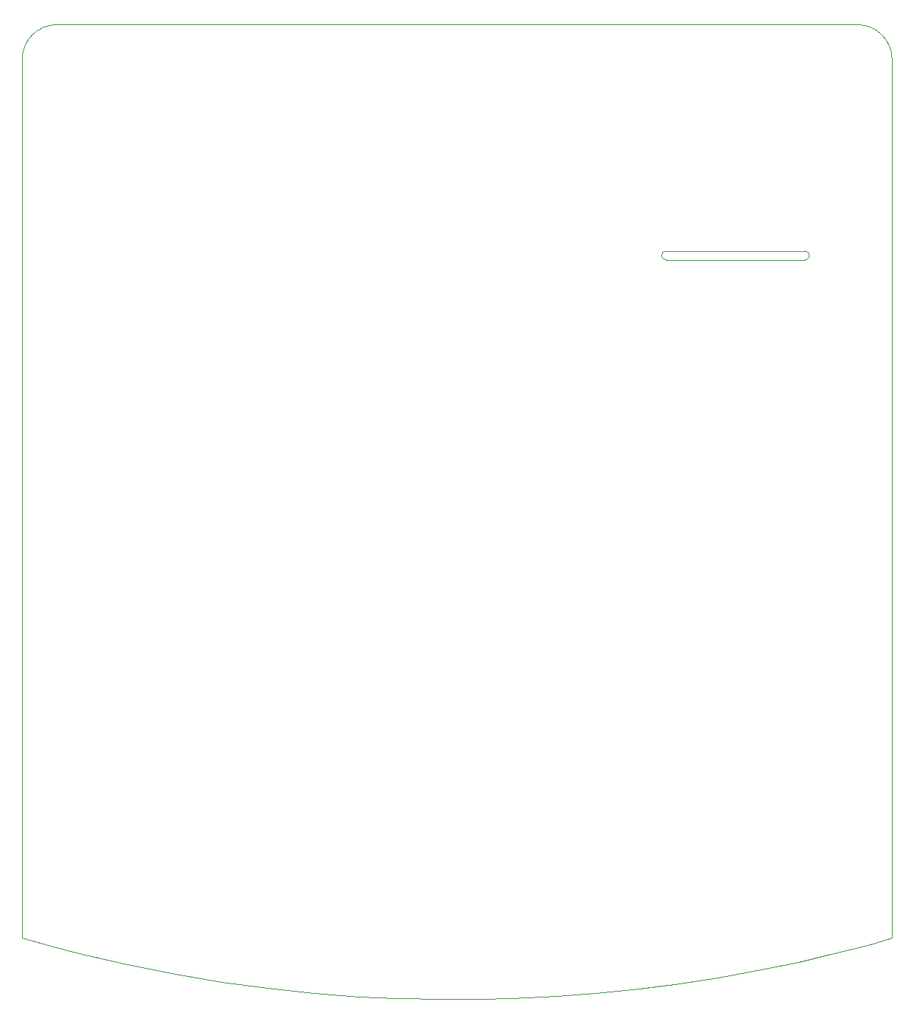
<source format=gbr>
G04 #@! TF.FileFunction,Profile,NP*
%FSLAX46Y46*%
G04 Gerber Fmt 4.6, Leading zero omitted, Abs format (unit mm)*
G04 Created by KiCad (PCBNEW 4.0.7-e2-6376~58~ubuntu16.04.1) date Sat Jul 28 16:41:28 2018*
%MOMM*%
%LPD*%
G01*
G04 APERTURE LIST*
%ADD10C,0.100000*%
G04 APERTURE END LIST*
D10*
X150000000Y-35000000D02*
X150000000Y-135986000D01*
X140000000Y-57025000D02*
G75*
G02X140000000Y-58025000I0J-500000D01*
G01*
X124000000Y-58025000D02*
G75*
G02X124000000Y-57025000I0J500000D01*
G01*
X140000000Y-58025000D02*
X124000000Y-58025000D01*
X124000000Y-57025000D02*
X140000000Y-57025000D01*
X53312000Y-136916000D02*
X50000000Y-135986000D01*
X56532000Y-137736000D02*
X53312000Y-136916000D01*
X61712000Y-138936000D02*
X56532000Y-137736000D01*
X67632000Y-140116000D02*
X61712000Y-138936000D01*
X72892000Y-140996000D02*
X67632000Y-140116000D01*
X78192000Y-141716000D02*
X72892000Y-140996000D01*
X83552000Y-142276000D02*
X78192000Y-141716000D01*
X88742000Y-142686000D02*
X83552000Y-142276000D01*
X92882000Y-142896000D02*
X88742000Y-142686000D01*
X98602000Y-143006000D02*
X92882000Y-142896000D01*
X102582000Y-143006000D02*
X98602000Y-143006000D01*
X106212000Y-142916000D02*
X102582000Y-143006000D01*
X111462000Y-142656000D02*
X106212000Y-142916000D01*
X115842000Y-142336000D02*
X111462000Y-142656000D01*
X120962000Y-141796000D02*
X115842000Y-142336000D01*
X124962000Y-141296000D02*
X120962000Y-141796000D01*
X130032000Y-140516000D02*
X124962000Y-141296000D01*
X135352000Y-139536000D02*
X130032000Y-140516000D01*
X139252000Y-138716000D02*
X135352000Y-139536000D01*
X142962000Y-137856000D02*
X139252000Y-138716000D01*
X147202000Y-136766000D02*
X142962000Y-137856000D01*
X149992000Y-135986000D02*
X147202000Y-136766000D01*
X150000000Y-35000000D02*
G75*
G03X146000000Y-31000000I-4000000J0D01*
G01*
X54000000Y-31000000D02*
G75*
G03X50000000Y-35000000I0J-4000000D01*
G01*
X50000000Y-35000000D02*
X50000000Y-135986000D01*
X54000000Y-31000000D02*
X146000000Y-31000000D01*
M02*

</source>
